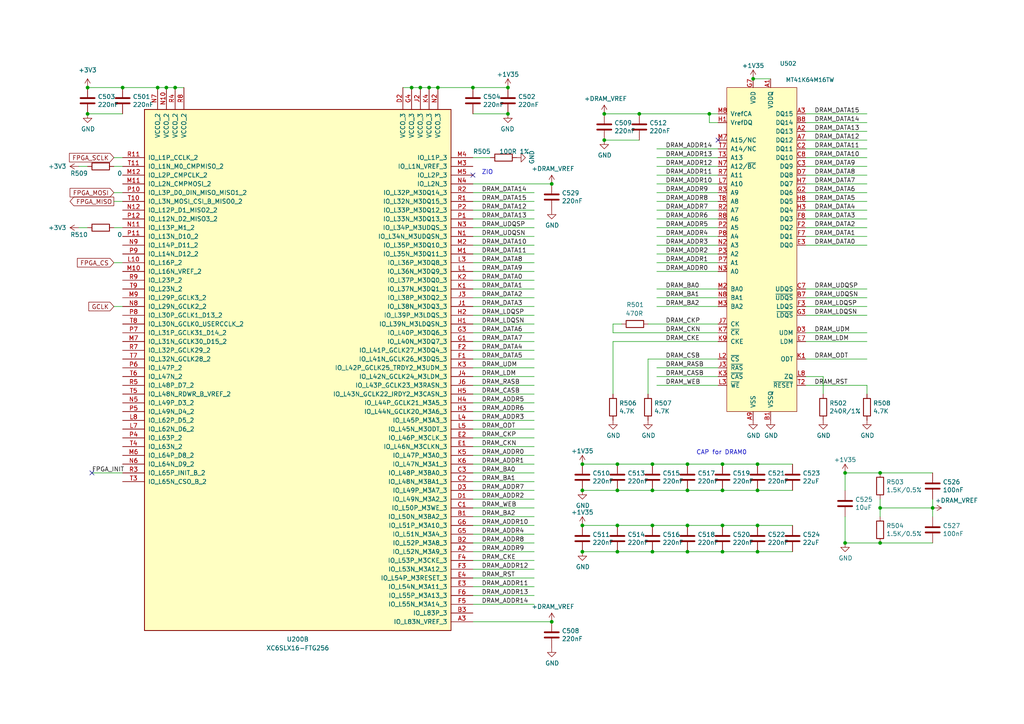
<source format=kicad_sch>
(kicad_sch (version 20211123) (generator eeschema)
  (paper "A4")
  (title_block (title "Caster EPDC") (date "2022-07-03") (rev "R0.4") (company "Copyright 2022 Modos / Engineer: Wenting Zhang"))
  (junction (at 119.38 25.4))
  (junction (at 270.51 147.32) (diameter 0.9144))
  (junction (at 179.07 142.24) (diameter 0.9144))
  (junction (at 175.26 40.64) (diameter 0.9144))
  (junction (at 189.23 134.62) (diameter 0.9144))
  (junction (at 209.55 160.02) (diameter 0.9144))
  (junction (at 218.44 22.86) (diameter 0.9144))
  (junction (at 209.55 142.24) (diameter 0.9144))
  (junction (at 199.39 142.24) (diameter 0.9144))
  (junction (at 168.91 142.24) (diameter 0.9144))
  (junction (at 35.56 25.4))
  (junction (at 50.8 25.4))
  (junction (at 199.39 160.02) (diameter 0.9144))
  (junction (at 209.55 134.62) (diameter 0.9144))
  (junction (at 255.27 157.48) (diameter 0.9144))
  (junction (at 127 25.4))
  (junction (at 168.91 160.02) (diameter 0.9144))
  (junction (at 168.91 134.62) (diameter 0.9144))
  (junction (at 45.72 25.4))
  (junction (at 219.71 134.62) (diameter 0.9144))
  (junction (at 48.26 25.4))
  (junction (at 175.26 33.02) (diameter 0.9144))
  (junction (at 255.27 137.16) (diameter 0.9144))
  (junction (at 189.23 160.02) (diameter 0.9144))
  (junction (at 245.11 137.16) (diameter 0.9144))
  (junction (at 25.4 25.4))
  (junction (at 137.16 25.4))
  (junction (at 199.39 134.62) (diameter 0.9144))
  (junction (at 219.71 142.24) (diameter 0.9144))
  (junction (at 219.71 152.4) (diameter 0.9144))
  (junction (at 147.32 33.02))
  (junction (at 147.32 25.4))
  (junction (at 25.4 33.02))
  (junction (at 160.02 53.34))
  (junction (at 179.07 160.02) (diameter 0.9144))
  (junction (at 179.07 134.62) (diameter 0.9144))
  (junction (at 189.23 142.24) (diameter 0.9144))
  (junction (at 124.46 25.4))
  (junction (at 245.11 157.48) (diameter 0.9144))
  (junction (at 179.07 152.4) (diameter 0.9144))
  (junction (at 205.74 33.02))
  (junction (at 168.91 152.4) (diameter 0.9144))
  (junction (at 121.92 25.4))
  (junction (at 219.71 160.02) (diameter 0.9144))
  (junction (at 160.02 180.34))
  (junction (at 185.42 33.02) (diameter 0.9144))
  (junction (at 189.23 152.4) (diameter 0.9144))
  (junction (at 209.55 152.4) (diameter 0.9144))
  (junction (at 255.27 147.32) (diameter 0.9144))
  (junction (at 199.39 152.4) (diameter 0.9144))
  (no_connect (at 208.28 40.64))
  (no_connect (at 137.16 50.8))
  (no_connect (at 26.67 137.16))
  (wire (pts (xy 219.71 134.62) (xy 209.55 134.62)))
  (wire (pts (xy 154.94 160.02) (xy 137.16 160.02)))
  (wire (pts (xy 154.94 73.66) (xy 137.16 73.66)))
  (wire (pts (xy 137.16 71.12) (xy 154.94 71.12)))
  (wire (pts (xy 137.16 180.34) (xy 160.02 180.34)))
  (wire (pts (xy 245.11 137.16) (xy 245.11 142.24)))
  (wire (pts (xy 251.46 88.9) (xy 233.68 88.9)))
  (wire (pts (xy 177.8 99.06) (xy 208.28 99.06)))
  (wire (pts (xy 251.46 33.02) (xy 233.68 33.02)))
  (wire (pts (xy 179.07 152.4) (xy 168.91 152.4)))
  (wire (pts (xy 154.94 132.08) (xy 137.16 132.08)))
  (wire (pts (xy 270.51 147.32) (xy 270.51 149.86)))
  (wire (pts (xy 270.51 157.48) (xy 255.27 157.48)))
  (wire (pts (xy 233.68 35.56) (xy 251.46 35.56)))
  (wire (pts (xy 137.16 152.4) (xy 154.94 152.4)))
  (wire (pts (xy 154.94 101.6) (xy 137.16 101.6)))
  (wire (pts (xy 233.68 111.76) (xy 251.46 111.76)))
  (wire (pts (xy 251.46 60.96) (xy 233.68 60.96)))
  (wire (pts (xy 190.5 109.22) (xy 208.28 109.22)))
  (wire (pts (xy 190.5 88.9) (xy 208.28 88.9)))
  (wire (pts (xy 190.5 58.42) (xy 208.28 58.42)))
  (wire (pts (xy 233.68 99.06) (xy 251.46 99.06)))
  (wire (pts (xy 208.28 71.12) (xy 190.5 71.12)))
  (wire (pts (xy 137.16 55.88) (xy 154.94 55.88)))
  (wire (pts (xy 33.02 66.04) (xy 35.56 66.04)))
  (wire (pts (xy 229.87 142.24) (xy 219.71 142.24)))
  (wire (pts (xy 154.94 116.84) (xy 137.16 116.84)))
  (wire (pts (xy 190.5 76.2) (xy 208.28 76.2)))
  (wire (pts (xy 190.5 45.72) (xy 208.28 45.72)))
  (wire (pts (xy 137.16 124.46) (xy 154.94 124.46)))
  (wire (pts (xy 209.55 152.4) (xy 199.39 152.4)))
  (wire (pts (xy 208.28 55.88) (xy 190.5 55.88)))
  (wire (pts (xy 233.68 38.1) (xy 251.46 38.1)))
  (wire (pts (xy 190.5 111.76) (xy 208.28 111.76)))
  (wire (pts (xy 208.28 66.04) (xy 190.5 66.04)))
  (wire (pts (xy 179.07 160.02) (xy 168.91 160.02)))
  (wire (pts (xy 229.87 134.62) (xy 219.71 134.62)))
  (wire (pts (xy 154.94 106.68) (xy 137.16 106.68)))
  (wire (pts (xy 177.8 114.3) (xy 177.8 99.06)))
  (wire (pts (xy 35.56 25.4) (xy 45.72 25.4)))
  (wire (pts (xy 45.72 25.4) (xy 48.26 25.4)))
  (wire (pts (xy 48.26 25.4) (xy 50.8 25.4)))
  (wire (pts (xy 50.8 25.4) (xy 53.34 25.4)))
  (wire (pts (xy 25.4 25.4) (xy 35.56 25.4)))
  (wire (pts (xy 154.94 162.56) (xy 137.16 162.56)))
  (wire (pts (xy 233.68 50.8) (xy 251.46 50.8)))
  (wire (pts (xy 179.07 152.4) (xy 189.23 152.4)))
  (wire (pts (xy 137.16 127) (xy 154.94 127)))
  (wire (pts (xy 154.94 114.3) (xy 137.16 114.3)))
  (wire (pts (xy 137.16 170.18) (xy 154.94 170.18)))
  (wire (pts (xy 26.67 137.16) (xy 35.56 137.16)))
  (wire (pts (xy 175.26 33.02) (xy 185.42 33.02)))
  (wire (pts (xy 205.74 33.02) (xy 208.28 33.02)))
  (wire (pts (xy 219.71 160.02) (xy 209.55 160.02)))
  (wire (pts (xy 137.16 58.42) (xy 154.94 58.42)))
  (wire (pts (xy 154.94 175.26) (xy 137.16 175.26)))
  (wire (pts (xy 219.71 142.24) (xy 209.55 142.24)))
  (wire (pts (xy 154.94 66.04) (xy 137.16 66.04)))
  (wire (pts (xy 179.07 134.62) (xy 168.91 134.62)))
  (wire (pts (xy 154.94 93.98) (xy 137.16 93.98)))
  (wire (pts (xy 190.5 106.68) (xy 208.28 106.68)))
  (wire (pts (xy 233.68 109.22) (xy 238.76 109.22)))
  (wire (pts (xy 255.27 157.48) (xy 245.11 157.48)))
  (wire (pts (xy 154.94 91.44) (xy 137.16 91.44)))
  (wire (pts (xy 179.07 134.62) (xy 189.23 134.62)))
  (wire (pts (xy 137.16 83.82) (xy 154.94 83.82)))
  (wire (pts (xy 154.94 137.16) (xy 137.16 137.16)))
  (wire (pts (xy 137.16 129.54) (xy 154.94 129.54)))
  (wire (pts (xy 137.16 134.62) (xy 154.94 134.62)))
  (wire (pts (xy 233.68 40.64) (xy 251.46 40.64)))
  (wire (pts (xy 25.4 33.02) (xy 35.56 33.02)))
  (wire (pts (xy 33.02 45.72) (xy 35.56 45.72)))
  (wire (pts (xy 255.27 147.32) (xy 270.51 147.32)))
  (wire (pts (xy 251.46 58.42) (xy 233.68 58.42)))
  (wire (pts (xy 209.55 134.62) (xy 199.39 134.62)))
  (wire (pts (xy 229.87 160.02) (xy 219.71 160.02)))
  (wire (pts (xy 33.02 58.42) (xy 35.56 58.42)))
  (wire (pts (xy 208.28 50.8) (xy 190.5 50.8)))
  (wire (pts (xy 179.07 142.24) (xy 189.23 142.24)))
  (wire (pts (xy 137.16 33.02) (xy 147.32 33.02)))
  (wire (pts (xy 190.5 63.5) (xy 208.28 63.5)))
  (wire (pts (xy 137.16 111.76) (xy 154.94 111.76)))
  (wire (pts (xy 189.23 134.62) (xy 199.39 134.62)))
  (wire (pts (xy 209.55 142.24) (xy 199.39 142.24)))
  (wire (pts (xy 154.94 149.86) (xy 137.16 149.86)))
  (wire (pts (xy 233.68 53.34) (xy 251.46 53.34)))
  (wire (pts (xy 137.16 167.64) (xy 154.94 167.64)))
  (wire (pts (xy 255.27 137.16) (xy 270.51 137.16)))
  (wire (pts (xy 251.46 86.36) (xy 233.68 86.36)))
  (wire (pts (xy 177.8 96.52) (xy 208.28 96.52)))
  (wire (pts (xy 270.51 144.78) (xy 270.51 147.32)))
  (wire (pts (xy 205.74 35.56) (xy 205.74 33.02)))
  (wire (pts (xy 190.5 60.96) (xy 208.28 60.96)))
  (wire (pts (xy 251.46 43.18) (xy 233.68 43.18)))
  (wire (pts (xy 154.94 76.2) (xy 137.16 76.2)))
  (wire (pts (xy 233.68 66.04) (xy 251.46 66.04)))
  (wire (pts (xy 137.16 154.94) (xy 154.94 154.94)))
  (wire (pts (xy 187.96 114.3) (xy 187.96 104.14)))
  (wire (pts (xy 251.46 111.76) (xy 251.46 114.3)))
  (wire (pts (xy 185.42 33.02) (xy 205.74 33.02)))
  (wire (pts (xy 154.94 96.52) (xy 137.16 96.52)))
  (wire (pts (xy 189.23 152.4) (xy 199.39 152.4)))
  (wire (pts (xy 177.8 93.98) (xy 180.34 93.98)))
  (wire (pts (xy 177.8 96.52) (xy 177.8 93.98)))
  (wire (pts (xy 137.16 172.72) (xy 154.94 172.72)))
  (wire (pts (xy 251.46 104.14) (xy 233.68 104.14)))
  (wire (pts (xy 137.16 119.38) (xy 154.94 119.38)))
  (wire (pts (xy 179.07 160.02) (xy 189.23 160.02)))
  (wire (pts (xy 137.16 165.1) (xy 154.94 165.1)))
  (wire (pts (xy 22.86 66.04) (xy 25.4 66.04)))
  (wire (pts (xy 137.16 144.78) (xy 154.94 144.78)))
  (wire (pts (xy 137.16 60.96) (xy 154.94 60.96)))
  (wire (pts (xy 33.02 55.88) (xy 35.56 55.88)))
  (wire (pts (xy 33.02 88.9) (xy 35.56 88.9)))
  (wire (pts (xy 137.16 86.36) (xy 154.94 86.36)))
  (wire (pts (xy 251.46 63.5) (xy 233.68 63.5)))
  (wire (pts (xy 251.46 48.26) (xy 233.68 48.26)))
  (wire (pts (xy 208.28 68.58) (xy 190.5 68.58)))
  (wire (pts (xy 208.28 53.34) (xy 190.5 53.34)))
  (wire (pts (xy 154.94 139.7) (xy 137.16 139.7)))
  (wire (pts (xy 233.68 55.88) (xy 251.46 55.88)))
  (wire (pts (xy 229.87 152.4) (xy 219.71 152.4)))
  (wire (pts (xy 251.46 45.72) (xy 233.68 45.72)))
  (wire (pts (xy 209.55 160.02) (xy 199.39 160.02)))
  (wire (pts (xy 233.68 96.52) (xy 251.46 96.52)))
  (wire (pts (xy 245.11 137.16) (xy 255.27 137.16)))
  (wire (pts (xy 137.16 109.22) (xy 154.94 109.22)))
  (wire (pts (xy 154.94 121.92) (xy 137.16 121.92)))
  (wire (pts (xy 255.27 147.32) (xy 255.27 149.86)))
  (wire (pts (xy 199.39 160.02) (xy 189.23 160.02)))
  (wire (pts (xy 137.16 53.34) (xy 160.02 53.34)))
  (wire (pts (xy 199.39 142.24) (xy 189.23 142.24)))
  (wire (pts (xy 154.94 68.58) (xy 137.16 68.58)))
  (wire (pts (xy 233.68 68.58) (xy 251.46 68.58)))
  (wire (pts (xy 33.02 48.26) (xy 35.56 48.26)))
  (wire (pts (xy 190.5 78.74) (xy 208.28 78.74)))
  (wire (pts (xy 190.5 86.36) (xy 208.28 86.36)))
  (wire (pts (xy 208.28 35.56) (xy 205.74 35.56)))
  (wire (pts (xy 208.28 48.26) (xy 190.5 48.26)))
  (wire (pts (xy 190.5 83.82) (xy 208.28 83.82)))
  (wire (pts (xy 22.86 48.26) (xy 25.4 48.26)))
  (wire (pts (xy 137.16 99.06) (xy 154.94 99.06)))
  (wire (pts (xy 154.94 147.32) (xy 137.16 147.32)))
  (wire (pts (xy 137.16 78.74) (xy 154.94 78.74)))
  (wire (pts (xy 255.27 144.78) (xy 255.27 147.32)))
  (wire (pts (xy 33.02 76.2) (xy 35.56 76.2)))
  (wire (pts (xy 187.96 104.14) (xy 208.28 104.14)))
  (wire (pts (xy 233.68 71.12) (xy 251.46 71.12)))
  (wire (pts (xy 190.5 73.66) (xy 208.28 73.66)))
  (wire (pts (xy 219.71 152.4) (xy 209.55 152.4)))
  (wire (pts (xy 190.5 43.18) (xy 208.28 43.18)))
  (wire (pts (xy 251.46 83.82) (xy 233.68 83.82)))
  (wire (pts (xy 154.94 157.48) (xy 137.16 157.48)))
  (wire (pts (xy 154.94 142.24) (xy 137.16 142.24)))
  (wire (pts (xy 154.94 63.5) (xy 137.16 63.5)))
  (wire (pts (xy 127 25.4) (xy 124.46 25.4)))
  (wire (pts (xy 137.16 25.4) (xy 127 25.4)))
  (wire (pts (xy 119.38 25.4) (xy 116.84 25.4)))
  (wire (pts (xy 121.92 25.4) (xy 119.38 25.4)))
  (wire (pts (xy 124.46 25.4) (xy 121.92 25.4)))
  (wire (pts (xy 147.32 25.4) (xy 137.16 25.4)))
  (wire (pts (xy 137.16 104.14) (xy 154.94 104.14)))
  (wire (pts (xy 137.16 45.72) (xy 142.24 45.72)))
  (wire (pts (xy 218.44 22.86) (xy 223.52 22.86)))
  (wire (pts (xy 245.11 149.86) (xy 245.11 157.48)))
  (wire (pts (xy 187.96 93.98) (xy 208.28 93.98)))
  (wire (pts (xy 238.76 109.22) (xy 238.76 114.3)))
  (wire (pts (xy 154.94 88.9) (xy 137.16 88.9)))
  (wire (pts (xy 185.42 40.64) (xy 175.26 40.64)))
  (wire (pts (xy 137.16 81.28) (xy 154.94 81.28)))
  (wire (pts (xy 251.46 91.44) (xy 233.68 91.44)))
  (wire (pts (xy 179.07 142.24) (xy 168.91 142.24)))
  (text "ZIO" (at 139.7 50.8 0) (effects (font (size 1.27 1.27)) (justify left bottom)))
  (text "CAP for DRAM0" (at 201.93 132.08 0) (effects (font (size 1.27 1.27)) (justify left bottom)))
  (label "DRAM_DATA3" (at 236.22 63.5 0))
  (label "DRAM_ADDR2" (at 139.7 144.78 0))
  (label "DRAM_UDQSN" (at 236.22 86.36 0))
  (label "DRAM_LDM" (at 236.22 99.06 0))
  (label "DRAM_ADDR9" (at 193.04 55.88 0))
  (label "DRAM_ADDR13" (at 139.7 172.72 0))
  (label "DRAM_DATA11" (at 236.22 43.18 0))
  (label "DRAM_CKE" (at 193.04 99.06 0))
  (label "DRAM_WEB" (at 139.7 147.32 0))
  (label "DRAM_LDM" (at 139.7 109.22 0))
  (label "DRAM_DATA3" (at 139.7 88.9 0))
  (label "DRAM_DATA7" (at 236.22 53.34 0))
  (label "DRAM_WEB" (at 193.04 111.76 0))
  (label "DRAM_RASB" (at 139.7 111.76 0))
  (label "DRAM_ADDR6" (at 193.04 63.5 0))
  (label "DRAM_DATA0" (at 236.22 71.12 0))
  (label "DRAM_DATA10" (at 236.22 45.72 0))
  (label "DRAM_ADDR10" (at 139.7 152.4 0))
  (label "DRAM_ADDR11" (at 193.04 50.8 0))
  (label "DRAM_BA1" (at 193.04 86.36 0))
  (label "DRAM_ADDR2" (at 193.04 73.66 0))
  (label "DRAM_LDQSP" (at 139.7 91.44 0))
  (label "DRAM_ADDR8" (at 139.7 157.48 0))
  (label "DRAM_LDQSP" (at 236.22 88.9 0))
  (label "DRAM_ADDR14" (at 193.04 43.18 0))
  (label "DRAM_CASB" (at 193.04 109.22 0))
  (label "DRAM_RST" (at 139.7 167.64 0))
  (label "DRAM_BA2" (at 193.04 88.9 0))
  (label "DRAM_DATA15" (at 236.22 33.02 0))
  (label "DRAM_DATA2" (at 236.22 66.04 0))
  (label "DRAM_BA2" (at 139.7 149.86 0))
  (label "DRAM_UDM" (at 236.22 96.52 0))
  (label "DRAM_DATA9" (at 236.22 48.26 0))
  (label "DRAM_DATA15" (at 139.7 58.42 0))
  (label "DRAM_BA0" (at 139.7 137.16 0))
  (label "DRAM_CASB" (at 139.7 114.3 0))
  (label "DRAM_ADDR1" (at 193.04 76.2 0))
  (label "DRAM_ODT" (at 236.22 104.14 0))
  (label "DRAM_DATA6" (at 236.22 55.88 0))
  (label "DRAM_DATA5" (at 139.7 104.14 0))
  (label "DRAM_DATA9" (at 139.7 78.74 0))
  (label "DRAM_DATA1" (at 236.22 68.58 0))
  (label "DRAM_UDM" (at 139.7 106.68 0))
  (label "DRAM_ADDR7" (at 193.04 60.96 0))
  (label "DRAM_RST" (at 236.22 111.76 0))
  (label "DRAM_DATA13" (at 236.22 38.1 0))
  (label "DRAM_DATA12" (at 236.22 40.64 0))
  (label "DRAM_CKN" (at 139.7 129.54 0))
  (label "DRAM_ADDR7" (at 139.7 142.24 0))
  (label "DRAM_ADDR6" (at 139.7 119.38 0))
  (label "FPGA_INIT" (at 26.67 137.16 0))
  (label "DRAM_UDQSN" (at 139.7 68.58 0))
  (label "DRAM_ADDR9" (at 139.7 160.02 0))
  (label "DRAM_DATA6" (at 139.7 96.52 0))
  (label "DRAM_ADDR14" (at 139.7 175.26 0))
  (label "DRAM_LDQSN" (at 236.22 91.44 0))
  (label "DRAM_ADDR8" (at 193.04 58.42 0))
  (label "DRAM_DATA14" (at 236.22 35.56 0))
  (label "DRAM_ADDR5" (at 139.7 116.84 0))
  (label "DRAM_ADDR3" (at 193.04 71.12 0))
  (label "DRAM_DATA14" (at 139.7 55.88 0))
  (label "DRAM_CSB" (at 193.04 104.14 0))
  (label "DRAM_DATA1" (at 139.7 83.82 0))
  (label "DRAM_DATA4" (at 139.7 101.6 0))
  (label "DRAM_BA1" (at 139.7 139.7 0))
  (label "DRAM_DATA5" (at 236.22 58.42 0))
  (label "DRAM_DATA4" (at 236.22 60.96 0))
  (label "DRAM_ADDR5" (at 193.04 66.04 0))
  (label "DRAM_RASB" (at 193.04 106.68 0))
  (label "DRAM_DATA13" (at 139.7 63.5 0))
  (label "DRAM_ADDR0" (at 139.7 132.08 0))
  (label "DRAM_ADDR1" (at 139.7 134.62 0))
  (label "DRAM_UDQSP" (at 236.22 83.82 0))
  (label "DRAM_ODT" (at 139.7 124.46 0))
  (label "DRAM_CKN" (at 193.04 96.52 0))
  (label "DRAM_ADDR10" (at 193.04 53.34 0))
  (label "DRAM_DATA8" (at 236.22 50.8 0))
  (label "DRAM_ADDR4" (at 193.04 68.58 0))
  (label "DRAM_BA0" (at 193.04 83.82 0))
  (label "DRAM_DATA12" (at 139.7 60.96 0))
  (label "DRAM_CKE" (at 139.7 162.56 0))
  (label "DRAM_UDQSP" (at 139.7 66.04 0))
  (label "DRAM_LDQSN" (at 139.7 93.98 0))
  (label "DRAM_DATA10" (at 139.7 71.12 0))
  (label "DRAM_ADDR13" (at 193.04 45.72 0))
  (label "DRAM_ADDR4" (at 139.7 154.94 0))
  (label "DRAM_CKP" (at 193.04 93.98 0))
  (label "DRAM_ADDR0" (at 193.04 78.74 0))
  (label "DRAM_ADDR3" (at 139.7 121.92 0))
  (label "DRAM_DATA11" (at 139.7 73.66 0))
  (label "DRAM_DATA0" (at 139.7 81.28 0))
  (label "DRAM_ADDR12" (at 193.04 48.26 0))
  (label "DRAM_ADDR12" (at 139.7 165.1 0))
  (label "DRAM_DATA8" (at 139.7 76.2 0))
  (label "DRAM_DATA7" (at 139.7 99.06 0))
  (label "DRAM_CKP" (at 139.7 127 0))
  (label "DRAM_DATA2" (at 139.7 86.36 0))
  (label "DRAM_ADDR11" (at 139.7 170.18 0))
  (global_label "FPGA_MISO" (shape output) (at 33.02 58.42 180) (property "Intersheet References" "${INTERSHEET_REFS}" (effects hide)))
  (global_label "FPGA_SCLK" (shape input) (at 33.02 45.72 180) (property "Intersheet References" "${INTERSHEET_REFS}" (effects hide)))
  (global_label "GCLK" (shape input) (at 33.02 88.9 180) (property "Intersheet References" "${INTERSHEET_REFS}" (effects hide)))
  (global_label "FPGA_CS" (shape input) (at 33.02 76.2 180) (property "Intersheet References" "${INTERSHEET_REFS}" (effects hide)))
  (global_label "FPGA_MOSI" (shape input) (at 33.02 55.88 180) (property "Intersheet References" "${INTERSHEET_REFS}" (effects hide)))
  (symbol (lib_id "power:GND") (at 149.86 45.72 90) (unit 1)
    (property "Reference" "#PWR0520" (effects hide))
    (property "Value" "GND" (at 154.2542 45.593 0))
  )
  (symbol (lib_id "Device:C") (at 229.87 156.21 0) (unit 1)
    (property "Reference" "C524" (at 232.791 155.0416 0) (effects (justify left)))
    (property "Value" "22uF" (at 232.791 157.353 0) (effects (justify left)))
    (property "Footprint" "Capacitor_SMD:C_0603_1608Metric" (effects hide))
    (property "LCSC" "C94018" (effects hide))
    (property "Ref.Price" "0.0301" (effects hide))
  )
  (symbol (lib_id "Device:C") (at 35.56 29.21 0) (unit 1)
    (property "Reference" "C501" (at 38.481 28.0416 0) (effects (justify left)))
    (property "Value" "220nF" (at 38.481 30.353 0) (effects (justify left)))
    (property "Footprint" "Capacitor_SMD:C_0402_1005Metric" (effects hide))
    (property "LCSC" "C880414" (effects hide))
    (property "Ref.Price" "0.0036" (effects hide))
  )
  (symbol (lib_id "power:+1V35") (at 168.91 134.62 0) (unit 1)
    (property "Reference" "#PWR0509" (effects hide))
    (property "Value" "+1V35" (at 168.91 130.81 0))
  )
  (symbol (lib_id "Device:R") (at 184.15 93.98 90) (unit 1)
    (property "Reference" "R501" (at 186.7916 88.392 90) (effects (justify left)))
    (property "Value" "470R" (at 186.563 90.932 90) (effects (justify left)))
    (property "Footprint" "Resistor_SMD:R_0402_1005Metric" (effects hide))
    (property "LCSC" "C114877" (effects hide))
    (property "Ref.Price" "0.001" (effects hide))
  )
  (symbol (lib_id "power:+3V3") (at 25.4 25.4 0) (unit 1)
    (property "Reference" "#PWR0501" (effects hide))
    (property "Value" "+3V3" (at 25.4 20.32 0))
  )
  (symbol (lib_id "Device:C") (at 185.42 36.83 0) (unit 1)
    (property "Reference" "C512" (at 188.341 35.6616 0) (effects (justify left)))
    (property "Value" "220nF" (at 188.341 37.973 0) (effects (justify left)))
    (property "Footprint" "Capacitor_SMD:C_0402_1005Metric" (effects hide))
    (property "LCSC" "C880414" (effects hide))
    (property "Ref.Price" "0.0036" (effects hide))
  )
  (symbol (lib_id "Device:C") (at 168.91 156.21 0) (unit 1)
    (property "Reference" "C511" (at 171.831 155.0416 0) (effects (justify left)))
    (property "Value" "220nF" (at 171.831 157.353 0) (effects (justify left)))
    (property "Footprint" "Capacitor_SMD:C_0402_1005Metric" (effects hide))
    (property "LCSC" "C880414" (effects hide))
    (property "Ref.Price" "0.0036" (effects hide))
  )
  (symbol (lib_id "Device:C") (at 179.07 156.21 0) (unit 1)
    (property "Reference" "C514" (at 181.991 155.0416 0) (effects (justify left)))
    (property "Value" "220nF" (at 181.991 157.353 0) (effects (justify left)))
    (property "Footprint" "Capacitor_SMD:C_0402_1005Metric" (effects hide))
    (property "LCSC" "C880414" (effects hide))
    (property "Ref.Price" "0.0036" (effects hide))
  )
  (symbol (lib_id "power:+1V35") (at 147.32 25.4 0) (mirror y) (unit 1)
    (property "Reference" "#PWR0503" (effects hide))
    (property "Value" "+1V35" (at 147.32 21.59 0))
  )
  (symbol (lib_id "Device:R") (at 255.27 153.67 0) (unit 1)
    (property "Reference" "R504" (at 257.048 152.5016 0) (effects (justify left)))
    (property "Value" "1.5K/0.5%" (at 257.048 154.813 0) (effects (justify left)))
    (property "Footprint" "Resistor_SMD:R_0402_1005Metric" (effects hide))
    (property "LCSC" "C226693" (effects hide))
    (property "Ref.Price" "0.0025" (effects hide))
  )
  (symbol (lib_id "power:GND") (at 168.91 160.02 0) (unit 1)
    (property "Reference" "#PWR0512" (effects hide))
    (property "Value" "GND" (at 169.037 164.4142 0))
  )
  (symbol (lib_id "power:+3V3") (at 22.86 48.26 90) (unit 1)
    (property "Reference" "#PWR0142" (effects hide))
    (property "Value" "+3V3" (at 13.97 48.2599 90) (effects (justify right)))
  )
  (symbol (lib_id "Device:C") (at 270.51 140.97 0) (unit 1)
    (property "Reference" "C526" (at 273.431 139.8016 0) (effects (justify left)))
    (property "Value" "100nF" (at 273.431 142.113 0) (effects (justify left)))
    (property "Footprint" "Capacitor_SMD:C_0402_1005Metric" (effects hide))
    (property "LCSC" "C56392" (effects hide))
    (property "Ref.Price" "0.0023" (effects hide))
  )
  (symbol (lib_id "symbols:+DRAM_VREF") (at 160.02 180.34 0) (unit 1)
    (property "Reference" "#PWR0505" (effects hide))
    (property "Value" "+DRAM_VREF" (at 160.401 175.9458 0))
  )
  (symbol (lib_id "symbols:+DRAM_VREF") (at 160.02 53.34 0) (unit 1)
    (property "Reference" "#PWR0138" (effects hide))
    (property "Value" "+DRAM_VREF" (at 160.401 48.9458 0))
  )
  (symbol (lib_id "Device:R") (at 238.76 118.11 0) (unit 1)
    (property "Reference" "R502" (at 240.538 116.9416 0) (effects (justify left)))
    (property "Value" "240R/1%" (at 240.538 119.253 0) (effects (justify left)))
    (property "Footprint" "Resistor_SMD:R_0402_1005Metric" (effects hide))
    (property "LCSC" "C114755" (effects hide))
    (property "Ref.Price" "0.0009" (effects hide))
  )
  (symbol (lib_id "power:GND") (at 160.02 187.96 0) (unit 1)
    (property "Reference" "#PWR0506" (effects hide))
    (property "Value" "GND" (at 160.147 192.3542 0))
  )
  (symbol (lib_id "power:GND") (at 245.11 157.48 0) (unit 1)
    (property "Reference" "#PWR0518" (effects hide))
    (property "Value" "GND" (at 245.237 161.8742 0))
  )
  (symbol (lib_id "symbols:MT41K256M16HA") (at 220.98 22.86 0) (unit 1)
    (property "Reference" "U502" (at 228.6 18.415 0) (effects (font (size 1.1938 1.1938))))
    (property "Value" "MT41K64M16TW" (at 234.95 23.1648 0) (effects (font (size 1.1938 1.1938))))
    (property "Footprint" "footprints:BGA-96_9.0x14.0mm_P0.8mm" (effects hide))
    (property "LCSC" "C524855" (effects hide))
    (property "Ref.Price" "3.2405" (effects hide))
  )
  (symbol (lib_id "power:GND") (at 223.52 121.92 0) (unit 1)
    (property "Reference" "#PWR0515" (effects hide))
    (property "Value" "GND" (at 223.647 126.3142 0))
  )
  (symbol (lib_id "power:GND") (at 187.96 121.92 0) (unit 1)
    (property "Reference" "#PWR0522" (effects hide))
    (property "Value" "GND" (at 188.087 126.3142 0))
  )
  (symbol (lib_id "Device:R") (at 29.21 48.26 90) (unit 1)
    (property "Reference" "R509" (at 25.5016 50.292 90) (effects (justify left)))
    (property "Value" "0" (at 35.433 50.292 90) (effects (justify left)))
    (property "Footprint" "Resistor_SMD:R_0402_1005Metric" (effects hide))
    (property "LCSC" "C105870" (effects hide))
    (property "Ref.Price" "0.0006" (effects hide))
  )
  (symbol (lib_id "Device:C") (at 147.32 29.21 0) (unit 1)
    (property "Reference" "C502" (at 150.241 28.0416 0) (effects (justify left)))
    (property "Value" "220nF" (at 150.241 30.353 0) (effects (justify left)))
    (property "Footprint" "Capacitor_SMD:C_0402_1005Metric" (effects hide))
    (property "LCSC" "C880414" (effects hide))
    (property "Ref.Price" "0.0036" (effects hide))
  )
  (symbol (lib_id "Device:C") (at 168.91 138.43 0) (unit 1)
    (property "Reference" "C510" (at 171.831 137.2616 0) (effects (justify left)))
    (property "Value" "220nF" (at 171.831 139.573 0) (effects (justify left)))
    (property "Footprint" "Capacitor_SMD:C_0402_1005Metric" (effects hide))
    (property "LCSC" "C880414" (effects hide))
    (property "Ref.Price" "0.0036" (effects hide))
  )
  (symbol (lib_id "Device:C") (at 160.02 57.15 0) (unit 1)
    (property "Reference" "C529" (at 162.941 55.9816 0) (effects (justify left)))
    (property "Value" "220nF" (at 162.941 58.293 0) (effects (justify left)))
    (property "Footprint" "Capacitor_SMD:C_0402_1005Metric" (effects hide))
    (property "LCSC" "C880414" (effects hide))
    (property "Ref.Price" "0.0036" (effects hide))
  )
  (symbol (lib_id "Device:R") (at 29.21 66.04 90) (unit 1)
    (property "Reference" "R510" (at 25.5016 68.072 90) (effects (justify left)))
    (property "Value" "0" (at 35.433 68.072 90) (effects (justify left)))
    (property "Footprint" "Resistor_SMD:R_0402_1005Metric" (effects hide))
    (property "LCSC" "C105870" (effects hide))
    (property "Ref.Price" "0.0006" (effects hide))
  )
  (symbol (lib_id "power:GND") (at 160.02 60.96 0) (unit 1)
    (property "Reference" "#PWR0139" (effects hide))
    (property "Value" "GND" (at 160.147 65.3542 0))
  )
  (symbol (lib_id "power:GND") (at 218.44 121.92 0) (unit 1)
    (property "Reference" "#PWR0514" (effects hide))
    (property "Value" "GND" (at 218.567 126.3142 0))
  )
  (symbol (lib_id "power:+1V35") (at 218.44 22.86 0) (unit 1)
    (property "Reference" "#PWR0513" (effects hide))
    (property "Value" "+1V35" (at 218.44 19.05 0))
  )
  (symbol (lib_id "Device:C") (at 175.26 36.83 0) (unit 1)
    (property "Reference" "C509" (at 178.181 35.6616 0) (effects (justify left)))
    (property "Value" "220nF" (at 178.181 37.973 0) (effects (justify left)))
    (property "Footprint" "Capacitor_SMD:C_0402_1005Metric" (effects hide))
    (property "LCSC" "C880414" (effects hide))
    (property "Ref.Price" "0.0036" (effects hide))
  )
  (symbol (lib_id "Device:C") (at 137.16 29.21 0) (unit 1)
    (property "Reference" "C504" (at 140.081 28.0416 0) (effects (justify left)))
    (property "Value" "220nF" (at 140.081 30.353 0) (effects (justify left)))
    (property "Footprint" "Capacitor_SMD:C_0402_1005Metric" (effects hide))
    (property "LCSC" "C880414" (effects hide))
    (property "Ref.Price" "0.0036" (effects hide))
  )
  (symbol (lib_id "Device:R") (at 146.05 45.72 90) (unit 1)
    (property "Reference" "R505" (at 142.3416 43.942 90) (effects (justify left)))
    (property "Value" "100R 1%" (at 153.543 43.942 90) (effects (justify left)))
    (property "Footprint" "Resistor_SMD:R_0402_1005Metric" (effects hide))
    (property "LCSC" "C106232" (effects hide))
    (property "Ref.Price" "0.0007" (effects hide))
  )
  (symbol (lib_id "Device:R") (at 177.8 118.11 0) (unit 1)
    (property "Reference" "R506" (at 179.578 116.9416 0) (effects (justify left)))
    (property "Value" "4.7K" (at 179.578 119.253 0) (effects (justify left)))
    (property "Footprint" "Resistor_SMD:R_0402_1005Metric" (effects hide))
    (property "LCSC" "C105870" (effects hide))
    (property "Ref.Price" "0.0006" (effects hide))
  )
  (symbol (lib_id "Device:C") (at 25.4 29.21 0) (unit 1)
    (property "Reference" "C503" (at 28.321 28.0416 0) (effects (justify left)))
    (property "Value" "220nF" (at 28.321 30.353 0) (effects (justify left)))
    (property "Footprint" "Capacitor_SMD:C_0402_1005Metric" (effects hide))
    (property "LCSC" "C880414" (effects hide))
    (property "Ref.Price" "0.0036" (effects hide))
  )
  (symbol (lib_id "power:+1V35") (at 168.91 152.4 0) (unit 1)
    (property "Reference" "#PWR0511" (effects hide))
    (property "Value" "+1V35" (at 168.91 148.59 0))
  )
  (symbol (lib_id "Device:C") (at 219.71 156.21 0) (unit 1)
    (property "Reference" "C522" (at 222.631 155.0416 0) (effects (justify left)))
    (property "Value" "220nF" (at 222.631 157.353 0) (effects (justify left)))
    (property "Footprint" "Capacitor_SMD:C_0402_1005Metric" (effects hide))
    (property "LCSC" "C880414" (effects hide))
    (property "Ref.Price" "0.0036" (effects hide))
  )
  (symbol (lib_id "power:GND") (at 251.46 121.92 0) (unit 1)
    (property "Reference" "#PWR0523" (effects hide))
    (property "Value" "GND" (at 251.587 126.3142 0))
  )
  (symbol (lib_id "power:GND") (at 147.32 33.02 0) (mirror y) (unit 1)
    (property "Reference" "#PWR0504" (effects hide))
    (property "Value" "GND" (at 147.193 37.4142 0))
  )
  (symbol (lib_id "Device:C") (at 209.55 156.21 0) (unit 1)
    (property "Reference" "C520" (at 212.471 155.0416 0) (effects (justify left)))
    (property "Value" "220nF" (at 212.471 157.353 0) (effects (justify left)))
    (property "Footprint" "Capacitor_SMD:C_0402_1005Metric" (effects hide))
    (property "LCSC" "C880414" (effects hide))
    (property "Ref.Price" "0.0036" (effects hide))
  )
  (symbol (lib_id "Device:C") (at 160.02 184.15 0) (unit 1)
    (property "Reference" "C508" (at 162.941 182.9816 0) (effects (justify left)))
    (property "Value" "220nF" (at 162.941 185.293 0) (effects (justify left)))
    (property "Footprint" "Capacitor_SMD:C_0402_1005Metric" (effects hide))
    (property "LCSC" "C880414" (effects hide))
    (property "Ref.Price" "0.0036" (effects hide))
  )
  (symbol (lib_id "Device:C") (at 229.87 138.43 0) (unit 1)
    (property "Reference" "C523" (at 232.791 137.2616 0) (effects (justify left)))
    (property "Value" "22uF" (at 232.791 139.573 0) (effects (justify left)))
    (property "Footprint" "Capacitor_SMD:C_0603_1608Metric" (effects hide))
    (property "LCSC" "C94018" (effects hide))
    (property "Ref.Price" "0.0301" (effects hide))
  )
  (symbol (lib_id "power:GND") (at 168.91 142.24 0) (unit 1)
    (property "Reference" "#PWR0510" (effects hide))
    (property "Value" "GND" (at 169.037 146.6342 0))
  )
  (symbol (lib_id "Device:C") (at 179.07 138.43 0) (unit 1)
    (property "Reference" "C513" (at 181.991 137.2616 0) (effects (justify left)))
    (property "Value" "220nF" (at 181.991 139.573 0) (effects (justify left)))
    (property "Footprint" "Capacitor_SMD:C_0402_1005Metric" (effects hide))
    (property "LCSC" "C880414" (effects hide))
    (property "Ref.Price" "0.0036" (effects hide))
  )
  (symbol (lib_id "power:GND") (at 25.4 33.02 0) (unit 1)
    (property "Reference" "#PWR0502" (effects hide))
    (property "Value" "GND" (at 25.527 37.4142 0))
  )
  (symbol (lib_id "Device:C") (at 199.39 138.43 0) (unit 1)
    (property "Reference" "C517" (at 202.311 137.2616 0) (effects (justify left)))
    (property "Value" "220nF" (at 202.311 139.573 0) (effects (justify left)))
    (property "Footprint" "Capacitor_SMD:C_0402_1005Metric" (effects hide))
    (property "LCSC" "C880414" (effects hide))
    (property "Ref.Price" "0.0036" (effects hide))
  )
  (symbol (lib_id "Device:C") (at 209.55 138.43 0) (unit 1)
    (property "Reference" "C519" (at 212.471 137.2616 0) (effects (justify left)))
    (property "Value" "220nF" (at 212.471 139.573 0) (effects (justify left)))
    (property "Footprint" "Capacitor_SMD:C_0402_1005Metric" (effects hide))
    (property "LCSC" "C880414" (effects hide))
    (property "Ref.Price" "0.0036" (effects hide))
  )
  (symbol (lib_id "power:+3V3") (at 22.86 66.04 90) (unit 1)
    (property "Reference" "#PWR0131" (effects hide))
    (property "Value" "+3V3" (at 13.97 66.0399 90) (effects (justify right)))
  )
  (symbol (lib_id "power:GND") (at 175.26 40.64 0) (unit 1)
    (property "Reference" "#PWR0508" (effects hide))
    (property "Value" "GND" (at 175.387 45.0342 0))
  )
  (symbol (lib_id "Device:C") (at 199.39 156.21 0) (unit 1)
    (property "Reference" "C518" (at 202.311 155.0416 0) (effects (justify left)))
    (property "Value" "220nF" (at 202.311 157.353 0) (effects (justify left)))
    (property "Footprint" "Capacitor_SMD:C_0402_1005Metric" (effects hide))
    (property "LCSC" "C880414" (effects hide))
    (property "Ref.Price" "0.0036" (effects hide))
  )
  (symbol (lib_id "Device:C") (at 245.11 146.05 0) (unit 1)
    (property "Reference" "C525" (at 248.031 144.8816 0) (effects (justify left)))
    (property "Value" "10uF" (at 248.031 147.193 0) (effects (justify left)))
    (property "Footprint" "Capacitor_SMD:C_0603_1608Metric" (effects hide))
    (property "LCSC" "C105490" (effects hide))
    (property "Ref.Price" "0.0165" (effects hide))
  )
  (symbol (lib_id "Device:R") (at 187.96 118.11 0) (unit 1)
    (property "Reference" "R507" (at 189.738 116.9416 0) (effects (justify left)))
    (property "Value" "4.7K" (at 189.738 119.253 0) (effects (justify left)))
    (property "Footprint" "Resistor_SMD:R_0402_1005Metric" (effects hide))
    (property "LCSC" "C105870" (effects hide))
    (property "Ref.Price" "0.0006" (effects hide))
  )
  (symbol (lib_id "Device:C") (at 270.51 153.67 0) (unit 1)
    (property "Reference" "C527" (at 273.431 152.5016 0) (effects (justify left)))
    (property "Value" "100nF" (at 273.431 154.813 0) (effects (justify left)))
    (property "Footprint" "Capacitor_SMD:C_0402_1005Metric" (effects hide))
    (property "LCSC" "C56392" (effects hide))
    (property "Ref.Price" "0.0023" (effects hide))
  )
  (symbol (lib_id "Device:C") (at 219.71 138.43 0) (unit 1)
    (property "Reference" "C521" (at 222.631 137.2616 0) (effects (justify left)))
    (property "Value" "220nF" (at 222.631 139.573 0) (effects (justify left)))
    (property "Footprint" "Capacitor_SMD:C_0402_1005Metric" (effects hide))
    (property "LCSC" "C880414" (effects hide))
    (property "Ref.Price" "0.0036" (effects hide))
  )
  (symbol (lib_id "symbols:+DRAM_VREF") (at 270.51 147.32 270) (unit 1)
    (property "Reference" "#PWR0519" (effects hide))
    (property "Value" "+DRAM_VREF" (at 277.4442 145.161 90))
  )
  (symbol (lib_id "Device:R") (at 251.46 118.11 0) (unit 1)
    (property "Reference" "R508" (at 253.238 116.9416 0) (effects (justify left)))
    (property "Value" "4.7K" (at 253.238 119.253 0) (effects (justify left)))
    (property "Footprint" "Resistor_SMD:R_0402_1005Metric" (effects hide))
    (property "LCSC" "C105870" (effects hide))
    (property "Ref.Price" "0.0006" (effects hide))
  )
  (symbol (lib_id "Device:R") (at 255.27 140.97 0) (unit 1)
    (property "Reference" "R503" (at 257.048 139.8016 0) (effects (justify left)))
    (property "Value" "1.5K/0.5%" (at 257.048 142.113 0) (effects (justify left)))
    (property "Footprint" "Resistor_SMD:R_0402_1005Metric" (effects hide))
    (property "LCSC" "C226693" (effects hide))
    (property "Ref.Price" "0.0025" (effects hide))
  )
  (symbol (lib_id "Device:C") (at 189.23 138.43 0) (unit 1)
    (property "Reference" "C515" (at 192.151 137.2616 0) (effects (justify left)))
    (property "Value" "220nF" (at 192.151 139.573 0) (effects (justify left)))
    (property "Footprint" "Capacitor_SMD:C_0402_1005Metric" (effects hide))
    (property "LCSC" "C880414" (effects hide))
    (property "Ref.Price" "0.0036" (effects hide))
  )
  (symbol (lib_id "power:+1V35") (at 245.11 137.16 0) (unit 1)
    (property "Reference" "#PWR0517" (effects hide))
    (property "Value" "+1V35" (at 245.11 133.35 0))
  )
  (symbol (lib_id "FPGA_Xilinx_Spartan6:XC6SLX16-FTG256") (at 86.36 104.14 0) (unit 2)
    (property "Reference" "U200" (at 86.36 185.42 0))
    (property "Value" "XC6SLX16-FTG256" (at 86.36 187.96 0))
    (property "Footprint" "footprints:Xilinx_FTG256" (effects hide))
    (property "LCSC" "C39313" (effects hide))
    (property "Ref.Price" "7.4837" (effects hide))
  )
  (symbol (lib_id "power:GND") (at 238.76 121.92 0) (unit 1)
    (property "Reference" "#PWR0516" (effects hide))
    (property "Value" "GND" (at 238.887 126.3142 0))
  )
  (symbol (lib_id "power:GND") (at 177.8 121.92 0) (unit 1)
    (property "Reference" "#PWR0521" (effects hide))
    (property "Value" "GND" (at 177.927 126.3142 0))
  )
  (symbol (lib_id "Device:C") (at 189.23 156.21 0) (unit 1)
    (property "Reference" "C516" (at 192.151 155.0416 0) (effects (justify left)))
    (property "Value" "220nF" (at 192.151 157.353 0) (effects (justify left)))
    (property "Footprint" "Capacitor_SMD:C_0402_1005Metric" (effects hide))
    (property "LCSC" "C880414" (effects hide))
    (property "Ref.Price" "0.0036" (effects hide))
  )
  (symbol (lib_id "symbols:+DRAM_VREF") (at 175.26 33.02 0) (unit 1)
    (property "Reference" "#PWR0507" (effects hide))
    (property "Value" "+DRAM_VREF" (at 175.641 28.6258 0))
  )
)
</source>
